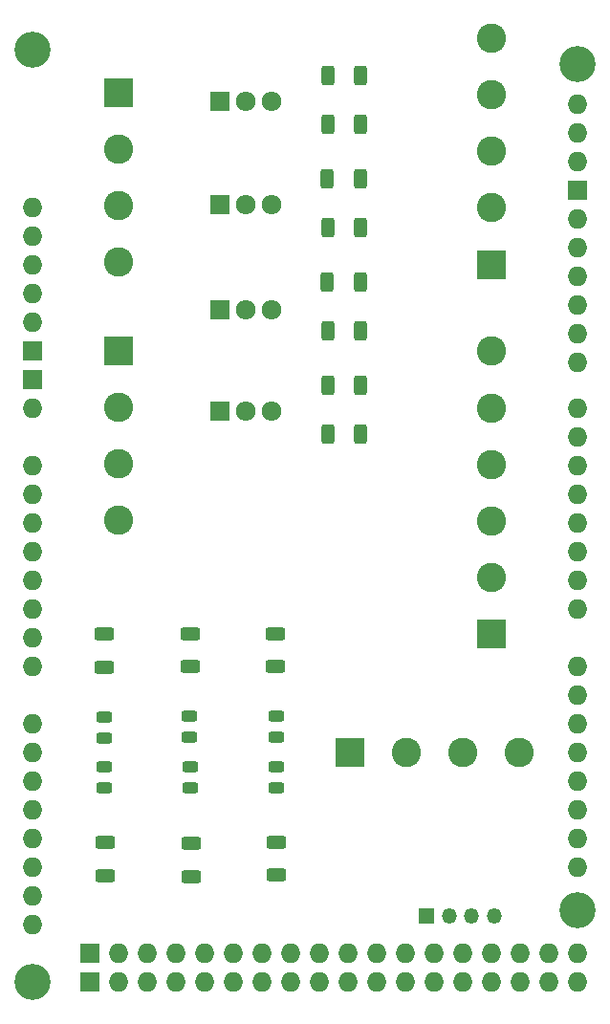
<source format=gbr>
%TF.GenerationSoftware,KiCad,Pcbnew,7.0.6-0*%
%TF.CreationDate,2023-09-22T13:52:59-04:00*%
%TF.ProjectId,SurfaceMounted,53757266-6163-4654-9d6f-756e7465642e,rev?*%
%TF.SameCoordinates,Original*%
%TF.FileFunction,Soldermask,Top*%
%TF.FilePolarity,Negative*%
%FSLAX46Y46*%
G04 Gerber Fmt 4.6, Leading zero omitted, Abs format (unit mm)*
G04 Created by KiCad (PCBNEW 7.0.6-0) date 2023-09-22 13:52:59*
%MOMM*%
%LPD*%
G01*
G04 APERTURE LIST*
G04 Aperture macros list*
%AMRoundRect*
0 Rectangle with rounded corners*
0 $1 Rounding radius*
0 $2 $3 $4 $5 $6 $7 $8 $9 X,Y pos of 4 corners*
0 Add a 4 corners polygon primitive as box body*
4,1,4,$2,$3,$4,$5,$6,$7,$8,$9,$2,$3,0*
0 Add four circle primitives for the rounded corners*
1,1,$1+$1,$2,$3*
1,1,$1+$1,$4,$5*
1,1,$1+$1,$6,$7*
1,1,$1+$1,$8,$9*
0 Add four rect primitives between the rounded corners*
20,1,$1+$1,$2,$3,$4,$5,0*
20,1,$1+$1,$4,$5,$6,$7,0*
20,1,$1+$1,$6,$7,$8,$9,0*
20,1,$1+$1,$8,$9,$2,$3,0*%
G04 Aperture macros list end*
%ADD10C,3.200000*%
%ADD11O,1.727200X1.727200*%
%ADD12R,1.727200X1.727200*%
%ADD13R,1.350000X1.350000*%
%ADD14O,1.350000X1.350000*%
%ADD15RoundRect,0.243750X0.456250X-0.243750X0.456250X0.243750X-0.456250X0.243750X-0.456250X-0.243750X0*%
%ADD16R,2.600000X2.600000*%
%ADD17C,2.600000*%
%ADD18RoundRect,0.250000X-0.312500X-0.625000X0.312500X-0.625000X0.312500X0.625000X-0.312500X0.625000X0*%
%ADD19RoundRect,0.250000X-0.625000X0.312500X-0.625000X-0.312500X0.625000X-0.312500X0.625000X0.312500X0*%
%ADD20RoundRect,0.243750X-0.456250X0.243750X-0.456250X-0.243750X0.456250X-0.243750X0.456250X0.243750X0*%
%ADD21R,1.714500X1.800000*%
%ADD22O,1.714500X1.800000*%
%ADD23RoundRect,0.250000X0.625000X-0.312500X0.625000X0.312500X-0.625000X0.312500X-0.625000X-0.312500X0*%
G04 APERTURE END LIST*
D10*
%TO.C,A1*%
X211073600Y-55374800D03*
X259333600Y-56644800D03*
D11*
X211073600Y-69344800D03*
D10*
X259333600Y-131574800D03*
X211073600Y-137924800D03*
D11*
X211073600Y-76964800D03*
X211073600Y-79504800D03*
X259333600Y-135384800D03*
X259333600Y-137924800D03*
X211073600Y-92204800D03*
X211073600Y-94744800D03*
X211073600Y-97284800D03*
X211073600Y-99824800D03*
X211073600Y-102364800D03*
X211073600Y-104904800D03*
X211073600Y-107444800D03*
X211073600Y-109984800D03*
X211073600Y-115064800D03*
X211073600Y-117604800D03*
X211073600Y-120144800D03*
X211073600Y-122684800D03*
X211073600Y-125224800D03*
X211073600Y-127764800D03*
X211073600Y-130304800D03*
X211073600Y-132844800D03*
X259333600Y-65280800D03*
X259333600Y-104904800D03*
X259333600Y-102364800D03*
X259333600Y-99824800D03*
X259333600Y-97284800D03*
X259333600Y-94744800D03*
X259333600Y-92204800D03*
X259333600Y-89664800D03*
X259333600Y-87124800D03*
X259333600Y-83060800D03*
X259333600Y-80520800D03*
X259333600Y-77980800D03*
X259333600Y-75440800D03*
X259333600Y-72900800D03*
X259333600Y-70360800D03*
X259333600Y-109984800D03*
X259333600Y-112524800D03*
X259333600Y-115064800D03*
X259333600Y-117604800D03*
X259333600Y-120144800D03*
X259333600Y-122684800D03*
X259333600Y-125224800D03*
X259333600Y-127764800D03*
X256793600Y-135384800D03*
X256793600Y-137924800D03*
X254253600Y-135384800D03*
X254253600Y-137924800D03*
X251713600Y-135384800D03*
X251713600Y-137924800D03*
X249173600Y-135384800D03*
X249173600Y-137924800D03*
X246633600Y-135384800D03*
X246633600Y-137924800D03*
X244093600Y-135384800D03*
X244093600Y-137924800D03*
X241553600Y-135384800D03*
X241553600Y-137924800D03*
X239013600Y-135384800D03*
X239013600Y-137924800D03*
X236473600Y-135384800D03*
X236473600Y-137924800D03*
X233933600Y-135384800D03*
X233933600Y-137924800D03*
X231393600Y-135384800D03*
X231393600Y-137924800D03*
X228853600Y-135384800D03*
X228853600Y-137924800D03*
X226313600Y-135384800D03*
X226313600Y-137924800D03*
X223773600Y-135384800D03*
X223773600Y-137924800D03*
X221233600Y-135384800D03*
X221233600Y-137924800D03*
X218693600Y-135384800D03*
X218693600Y-137924800D03*
D12*
X259333600Y-67820800D03*
X211073600Y-82044800D03*
X211073600Y-84584800D03*
X216153600Y-135384800D03*
X216153600Y-137924800D03*
D11*
X211073600Y-71884800D03*
X211073600Y-74424800D03*
X259333600Y-60200800D03*
X259333600Y-62740800D03*
X211073600Y-87124800D03*
%TD*%
D13*
%TO.C,Real_Time_Clock*%
X245961400Y-132156200D03*
D14*
X247961400Y-132156200D03*
X249961400Y-132156200D03*
X251961400Y-132156200D03*
%TD*%
D15*
%TO.C,V_LED4*%
X232613200Y-116281200D03*
X232613200Y-114406200D03*
%TD*%
D16*
%TO.C,UV_Leds/IR_LEDs*%
X251714000Y-74422000D03*
D17*
X251714000Y-69422000D03*
X251714000Y-64422000D03*
X251714000Y-59422000D03*
X251714000Y-54422000D03*
%TD*%
D16*
%TO.C,Rotary_Encoder1*%
X218694000Y-59182000D03*
D17*
X218694000Y-64182000D03*
X218694000Y-69182000D03*
X218694000Y-74182000D03*
%TD*%
D16*
%TO.C,Rotary_Encoder2*%
X218694000Y-82042000D03*
D17*
X218694000Y-87042000D03*
X218694000Y-92042000D03*
X218694000Y-97042000D03*
%TD*%
D15*
%TO.C,V_LED6*%
X217393200Y-116348700D03*
X217393200Y-114473700D03*
%TD*%
D18*
%TO.C,R1*%
X237206600Y-89458800D03*
X240131600Y-89458800D03*
%TD*%
D19*
%TO.C,V_LED_R3*%
X232660000Y-125580000D03*
X232660000Y-128505000D03*
%TD*%
D20*
%TO.C,V_LED1*%
X217424000Y-118922800D03*
X217424000Y-120797800D03*
%TD*%
D18*
%TO.C,R6*%
X237200000Y-62030000D03*
X240125000Y-62030000D03*
%TD*%
D20*
%TO.C,V_LED2*%
X225040000Y-118922500D03*
X225040000Y-120797500D03*
%TD*%
D16*
%TO.C,Other*%
X239174000Y-117602000D03*
D17*
X244174000Y-117602000D03*
X249174000Y-117602000D03*
X254174000Y-117602000D03*
%TD*%
D21*
%TO.C,Q3*%
X227685600Y-59994800D03*
D22*
X229971600Y-59994800D03*
X232257600Y-59994800D03*
%TD*%
D18*
%TO.C,R2*%
X237210600Y-80314800D03*
X240135600Y-80314800D03*
%TD*%
D19*
%TO.C,V_LED_R2*%
X225080000Y-125690000D03*
X225080000Y-128615000D03*
%TD*%
D23*
%TO.C,V_LED_R4*%
X232562400Y-110062200D03*
X232562400Y-107137200D03*
%TD*%
D20*
%TO.C,V_LED3*%
X232664000Y-118930000D03*
X232664000Y-120805000D03*
%TD*%
D18*
%TO.C,R4*%
X237210600Y-71170800D03*
X240135600Y-71170800D03*
%TD*%
D21*
%TO.C,Q2*%
X227685600Y-69138800D03*
D22*
X229971600Y-69138800D03*
X232257600Y-69138800D03*
%TD*%
D18*
%TO.C,R3*%
X237206600Y-85140800D03*
X240131600Y-85140800D03*
%TD*%
%TO.C,R5*%
X237159800Y-75996800D03*
X240084800Y-75996800D03*
%TD*%
%TO.C,R7*%
X237147500Y-66850000D03*
X240072500Y-66850000D03*
%TD*%
D19*
%TO.C,V_LED_R1*%
X217520000Y-125630000D03*
X217520000Y-128555000D03*
%TD*%
D23*
%TO.C,V_LED_R5*%
X224993200Y-110062200D03*
X224993200Y-107137200D03*
%TD*%
%TO.C,V_LED_R6*%
X217373200Y-110072900D03*
X217373200Y-107147900D03*
%TD*%
D15*
%TO.C,V_LED5*%
X224983200Y-116301200D03*
X224983200Y-114426200D03*
%TD*%
D21*
%TO.C,Q4*%
X227685600Y-78435200D03*
D22*
X229971600Y-78435200D03*
X232257600Y-78435200D03*
%TD*%
D21*
%TO.C,Q1*%
X227685600Y-87426800D03*
D22*
X229971600Y-87426800D03*
X232257600Y-87426800D03*
%TD*%
D16*
%TO.C,Cameras/DAQ/Opto*%
X251714000Y-107122000D03*
D17*
X251714000Y-102122000D03*
X251714000Y-97122000D03*
X251714000Y-92122000D03*
X251714000Y-87122000D03*
X251714000Y-82122000D03*
%TD*%
D18*
%TO.C,R8*%
X237210000Y-57710000D03*
X240135000Y-57710000D03*
%TD*%
M02*

</source>
